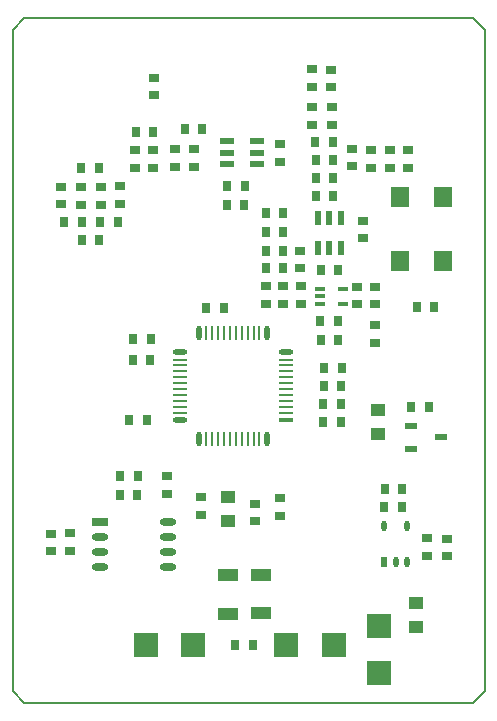
<source format=gtp>
%FSLAX25Y25*%
%MOIN*%
G70*
G01*
G75*
G04 Layer_Color=8421504*
%ADD10R,0.02756X0.03347*%
%ADD11R,0.03347X0.02756*%
%ADD12O,0.05500X0.02500*%
%ADD13R,0.05500X0.02500*%
%ADD14R,0.07874X0.07874*%
%ADD15R,0.07087X0.03937*%
%ADD16R,0.05118X0.03937*%
%ADD17R,0.07874X0.07874*%
%ADD18O,0.01969X0.03543*%
%ADD19O,0.01969X0.03543*%
%ADD20R,0.01969X0.03543*%
%ADD21O,0.04724X0.00984*%
%ADD22R,0.04724X0.01772*%
%ADD23O,0.04724X0.01772*%
%ADD24O,0.00984X0.04724*%
%ADD25O,0.01772X0.04724*%
%ADD26R,0.03937X0.02362*%
%ADD27R,0.04724X0.02362*%
%ADD28R,0.06299X0.07087*%
%ADD29R,0.03347X0.01575*%
%ADD30R,0.02362X0.04724*%
%ADD31C,0.02000*%
%ADD32C,0.03000*%
%ADD33C,0.01200*%
%ADD34C,0.04000*%
%ADD35C,0.00800*%
%ADD36C,0.01500*%
%ADD37C,0.01000*%
%ADD38C,0.00500*%
%ADD39R,0.05906X0.05906*%
%ADD40C,0.05906*%
%ADD41R,0.05906X0.05906*%
%ADD42R,0.19685X0.23622*%
%ADD43C,0.02000*%
%ADD44C,0.03000*%
%ADD45C,0.00787*%
D10*
X155100Y-76600D02*
D03*
X161005D02*
D03*
X137800Y-153400D02*
D03*
X143705D02*
D03*
X137900Y-146400D02*
D03*
X143806D02*
D03*
X230726Y-169100D02*
D03*
X236631D02*
D03*
X139305Y-198500D02*
D03*
X133400D02*
D03*
X139406Y-192100D02*
D03*
X133500D02*
D03*
X171895Y-248500D02*
D03*
X177800D02*
D03*
X221700Y-202700D02*
D03*
X227606D02*
D03*
X227700Y-196700D02*
D03*
X221795D02*
D03*
X204700Y-86800D02*
D03*
X198794D02*
D03*
X204700Y-98800D02*
D03*
X198794D02*
D03*
X120800Y-113600D02*
D03*
X126706D02*
D03*
X127000Y-107600D02*
D03*
X132905D02*
D03*
X162195Y-136100D02*
D03*
X168100D02*
D03*
X201294Y-168100D02*
D03*
X207200D02*
D03*
X207300Y-162200D02*
D03*
X201395D02*
D03*
X136600Y-173500D02*
D03*
X142506D02*
D03*
X207500Y-156200D02*
D03*
X201594D02*
D03*
X207200Y-174100D02*
D03*
X201294D02*
D03*
X169095Y-102000D02*
D03*
X175000D02*
D03*
X200395Y-146900D02*
D03*
X206300D02*
D03*
X138795Y-77400D02*
D03*
X144700D02*
D03*
X114894Y-107600D02*
D03*
X120800D02*
D03*
X238305Y-135800D02*
D03*
X232400D02*
D03*
X198794Y-92800D02*
D03*
X204700D02*
D03*
X182095Y-104700D02*
D03*
X188000D02*
D03*
X198695Y-80900D02*
D03*
X204600D02*
D03*
X169295Y-95400D02*
D03*
X175200D02*
D03*
X182095Y-117100D02*
D03*
X188000D02*
D03*
X126406Y-89500D02*
D03*
X120500D02*
D03*
X182095Y-110900D02*
D03*
X188000D02*
D03*
X182095Y-123000D02*
D03*
X188000D02*
D03*
X200294Y-140500D02*
D03*
X206200D02*
D03*
X206306Y-123400D02*
D03*
X200400D02*
D03*
D11*
X178523Y-207300D02*
D03*
Y-201395D02*
D03*
X160500Y-199300D02*
D03*
Y-205205D02*
D03*
X149300Y-192300D02*
D03*
Y-198205D02*
D03*
X117000Y-211194D02*
D03*
Y-217100D02*
D03*
X110700Y-211395D02*
D03*
Y-217300D02*
D03*
X187000Y-205400D02*
D03*
Y-199495D02*
D03*
X235900Y-218900D02*
D03*
Y-212995D02*
D03*
X242400Y-213100D02*
D03*
Y-219005D02*
D03*
X193700Y-123000D02*
D03*
Y-117095D02*
D03*
X214600Y-113000D02*
D03*
Y-107095D02*
D03*
X138600Y-83495D02*
D03*
Y-89400D02*
D03*
X186800Y-87600D02*
D03*
Y-81695D02*
D03*
X144800Y-59395D02*
D03*
Y-65300D02*
D03*
X188000Y-134806D02*
D03*
Y-128900D02*
D03*
X217100Y-83595D02*
D03*
Y-89500D02*
D03*
X204000Y-62705D02*
D03*
Y-56800D02*
D03*
X204300Y-75106D02*
D03*
Y-69200D02*
D03*
X182100Y-128894D02*
D03*
Y-134800D02*
D03*
X212600Y-129095D02*
D03*
Y-135000D02*
D03*
X113800Y-101706D02*
D03*
Y-95800D02*
D03*
X223600Y-89406D02*
D03*
Y-83500D02*
D03*
X210900Y-89006D02*
D03*
Y-83100D02*
D03*
X229700Y-83495D02*
D03*
Y-89400D02*
D03*
X197500Y-75106D02*
D03*
Y-69200D02*
D03*
X197600Y-62606D02*
D03*
Y-56700D02*
D03*
X133700Y-101406D02*
D03*
Y-95500D02*
D03*
X127300Y-95894D02*
D03*
Y-101800D02*
D03*
X120600Y-95995D02*
D03*
Y-101900D02*
D03*
X218500Y-141894D02*
D03*
Y-147800D02*
D03*
Y-129095D02*
D03*
Y-135000D02*
D03*
X193900Y-128894D02*
D03*
Y-134800D02*
D03*
X144700Y-83495D02*
D03*
Y-89400D02*
D03*
X151800Y-83294D02*
D03*
Y-89200D02*
D03*
X158100Y-83294D02*
D03*
Y-89200D02*
D03*
D12*
X126900Y-212400D02*
D03*
X149538D02*
D03*
X126900Y-222400D02*
D03*
Y-217400D02*
D03*
X149538Y-222400D02*
D03*
Y-207400D02*
D03*
Y-217400D02*
D03*
D13*
X126900Y-207400D02*
D03*
D14*
X142300Y-248500D02*
D03*
X158048D02*
D03*
X204800D02*
D03*
X189052D02*
D03*
D15*
X169600Y-225305D02*
D03*
Y-238100D02*
D03*
X180500Y-225105D02*
D03*
Y-237900D02*
D03*
D16*
X169500Y-199226D02*
D03*
Y-207100D02*
D03*
X232200Y-242500D02*
D03*
Y-234626D02*
D03*
X219400Y-178074D02*
D03*
Y-170200D02*
D03*
D17*
X219900Y-258000D02*
D03*
Y-242252D02*
D03*
D18*
X229180Y-220800D02*
D03*
X225440D02*
D03*
X229180Y-208989D02*
D03*
D19*
X221700D02*
D03*
D20*
Y-220800D02*
D03*
D21*
X188900Y-157320D02*
D03*
X153467Y-169132D02*
D03*
X153467Y-159289D02*
D03*
Y-165194D02*
D03*
Y-167163D02*
D03*
Y-163226D02*
D03*
Y-153383D02*
D03*
X188900Y-167163D02*
D03*
Y-161258D02*
D03*
X153467Y-171100D02*
D03*
X188900D02*
D03*
X153467Y-155352D02*
D03*
Y-157320D02*
D03*
Y-161258D02*
D03*
X188900Y-169132D02*
D03*
Y-163226D02*
D03*
Y-153383D02*
D03*
Y-159289D02*
D03*
Y-165194D02*
D03*
Y-155352D02*
D03*
D22*
Y-173462D02*
D03*
D23*
X153467D02*
D03*
Y-151021D02*
D03*
X188900D02*
D03*
D24*
X162325Y-144525D02*
D03*
X180042D02*
D03*
Y-179958D02*
D03*
X178073D02*
D03*
X176105D02*
D03*
X174136D02*
D03*
X172168D02*
D03*
X168231D02*
D03*
X166262D02*
D03*
X164294D02*
D03*
X166262Y-144525D02*
D03*
X178073D02*
D03*
X162325Y-179958D02*
D03*
X170199D02*
D03*
X164294Y-144525D02*
D03*
X172168D02*
D03*
X170199D02*
D03*
X174136D02*
D03*
X168231D02*
D03*
X176105D02*
D03*
D25*
X159963D02*
D03*
X182404Y-179958D02*
D03*
X159963D02*
D03*
X182404Y-144525D02*
D03*
D26*
X230700Y-183274D02*
D03*
X240543Y-179337D02*
D03*
X230700Y-175400D02*
D03*
D27*
X179336Y-80700D02*
D03*
Y-84440D02*
D03*
Y-88180D02*
D03*
X169100D02*
D03*
Y-84440D02*
D03*
Y-80700D02*
D03*
D28*
X227027Y-120600D02*
D03*
Y-99340D02*
D03*
X241200Y-120600D02*
D03*
Y-99340D02*
D03*
D29*
X200260Y-129741D02*
D03*
Y-132300D02*
D03*
Y-134859D02*
D03*
X207740D02*
D03*
Y-129741D02*
D03*
D30*
X199600Y-106064D02*
D03*
X203340D02*
D03*
X207080D02*
D03*
Y-116300D02*
D03*
X203340D02*
D03*
X199600D02*
D03*
D38*
X251306Y-267900D02*
X255243Y-263963D01*
Y-43490D01*
X251306Y-39553D02*
X255243Y-43490D01*
X101700Y-39553D02*
X133800D01*
X133196D02*
X184000D01*
X182409D02*
X233600D01*
X231621D02*
X251306D01*
X97763Y-43490D02*
X101700Y-39553D01*
X97763Y-263963D02*
Y-43490D01*
Y-263963D02*
X101700Y-267900D01*
X251306D01*
X101700D02*
X251306D01*
X97763Y-263963D02*
X101700Y-267900D01*
X97763Y-263963D02*
Y-43490D01*
X101700Y-39553D01*
X231621D02*
X251306D01*
X182409D02*
X233600D01*
X133196D02*
X184000D01*
X101700D02*
X133800D01*
X251306D02*
X255243Y-43490D01*
Y-263963D02*
Y-43490D01*
X251306Y-267900D02*
X255243Y-263963D01*
M02*

</source>
